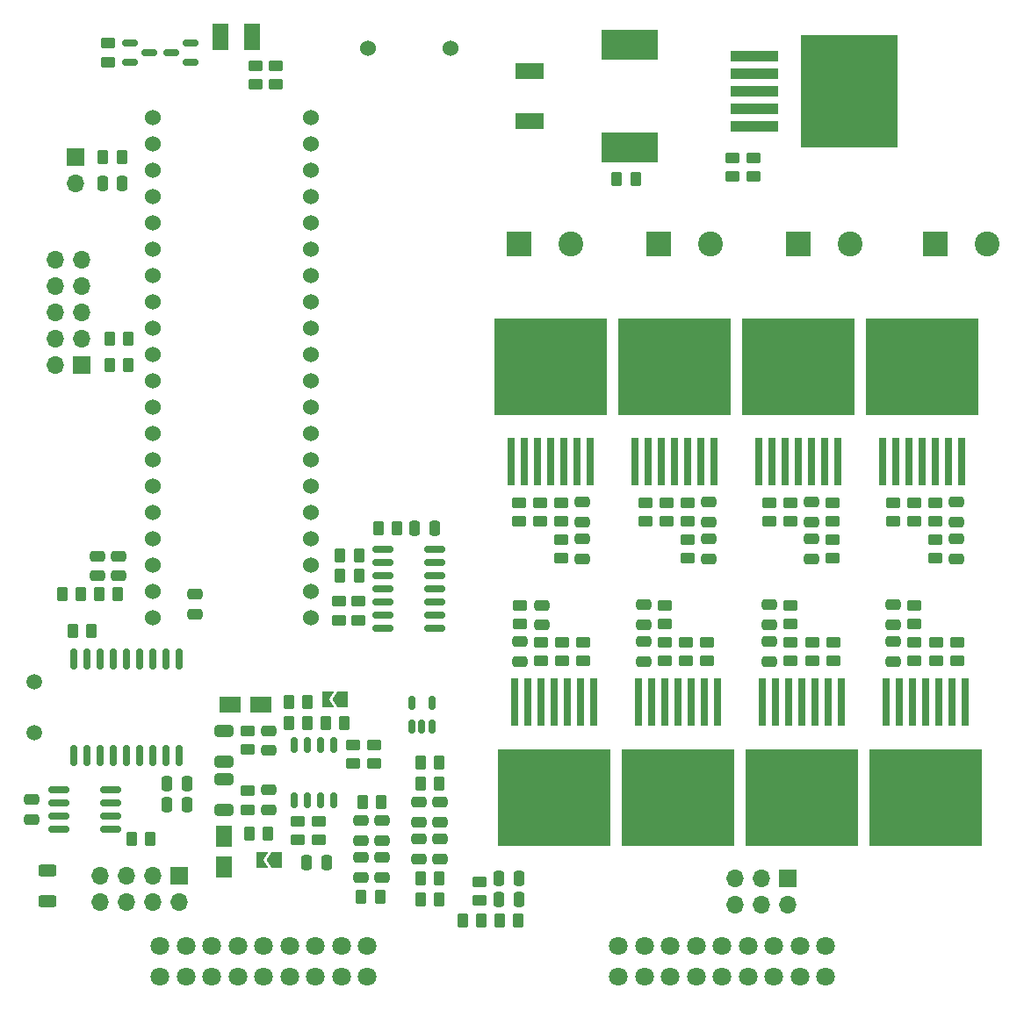
<source format=gbr>
%TF.GenerationSoftware,KiCad,Pcbnew,7.99.0-2367-gcb54bdfa84*%
%TF.CreationDate,2023-12-26T22:21:42+02:00*%
%TF.ProjectId,speeduino_stm32,73706565-6475-4696-9e6f-5f73746d3332,rev?*%
%TF.SameCoordinates,Original*%
%TF.FileFunction,Soldermask,Top*%
%TF.FilePolarity,Negative*%
%FSLAX46Y46*%
G04 Gerber Fmt 4.6, Leading zero omitted, Abs format (unit mm)*
G04 Created by KiCad (PCBNEW 7.99.0-2367-gcb54bdfa84) date 2023-12-26 22:21:42*
%MOMM*%
%LPD*%
G01*
G04 APERTURE LIST*
G04 Aperture macros list*
%AMRoundRect*
0 Rectangle with rounded corners*
0 $1 Rounding radius*
0 $2 $3 $4 $5 $6 $7 $8 $9 X,Y pos of 4 corners*
0 Add a 4 corners polygon primitive as box body*
4,1,4,$2,$3,$4,$5,$6,$7,$8,$9,$2,$3,0*
0 Add four circle primitives for the rounded corners*
1,1,$1+$1,$2,$3*
1,1,$1+$1,$4,$5*
1,1,$1+$1,$6,$7*
1,1,$1+$1,$8,$9*
0 Add four rect primitives between the rounded corners*
20,1,$1+$1,$2,$3,$4,$5,0*
20,1,$1+$1,$4,$5,$6,$7,0*
20,1,$1+$1,$6,$7,$8,$9,0*
20,1,$1+$1,$8,$9,$2,$3,0*%
%AMFreePoly0*
4,1,6,1.000000,0.000000,0.500000,-0.750000,-0.500000,-0.750000,-0.500000,0.750000,0.500000,0.750000,1.000000,0.000000,1.000000,0.000000,$1*%
%AMFreePoly1*
4,1,6,0.500000,-0.750000,-0.650000,-0.750000,-0.150000,0.000000,-0.650000,0.750000,0.500000,0.750000,0.500000,-0.750000,0.500000,-0.750000,$1*%
G04 Aperture macros list end*
%ADD10RoundRect,0.250000X-0.450000X0.262500X-0.450000X-0.262500X0.450000X-0.262500X0.450000X0.262500X0*%
%ADD11RoundRect,0.250000X-0.475000X0.250000X-0.475000X-0.250000X0.475000X-0.250000X0.475000X0.250000X0*%
%ADD12RoundRect,0.250000X-0.262500X-0.450000X0.262500X-0.450000X0.262500X0.450000X-0.262500X0.450000X0*%
%ADD13RoundRect,0.250000X0.475000X-0.250000X0.475000X0.250000X-0.475000X0.250000X-0.475000X-0.250000X0*%
%ADD14RoundRect,0.250000X0.262500X0.450000X-0.262500X0.450000X-0.262500X-0.450000X0.262500X-0.450000X0*%
%ADD15RoundRect,0.250000X-0.650000X0.325000X-0.650000X-0.325000X0.650000X-0.325000X0.650000X0.325000X0*%
%ADD16RoundRect,0.250000X0.450000X-0.262500X0.450000X0.262500X-0.450000X0.262500X-0.450000X-0.262500X0*%
%ADD17R,1.700000X1.700000*%
%ADD18O,1.700000X1.700000*%
%ADD19R,0.800000X4.600000*%
%ADD20R,10.800000X9.400000*%
%ADD21R,2.400000X2.400000*%
%ADD22C,2.400000*%
%ADD23RoundRect,0.150000X-0.825000X-0.150000X0.825000X-0.150000X0.825000X0.150000X-0.825000X0.150000X0*%
%ADD24R,4.600000X1.100000*%
%ADD25R,9.400000X10.800000*%
%ADD26C,1.800000*%
%ADD27RoundRect,0.150000X-0.150000X0.625000X-0.150000X-0.625000X0.150000X-0.625000X0.150000X0.625000X0*%
%ADD28RoundRect,0.250000X-0.250000X-0.475000X0.250000X-0.475000X0.250000X0.475000X-0.250000X0.475000X0*%
%ADD29RoundRect,0.250000X0.250000X0.475000X-0.250000X0.475000X-0.250000X-0.475000X0.250000X-0.475000X0*%
%ADD30RoundRect,0.150000X-0.587500X-0.150000X0.587500X-0.150000X0.587500X0.150000X-0.587500X0.150000X0*%
%ADD31RoundRect,0.250000X0.650000X-0.325000X0.650000X0.325000X-0.650000X0.325000X-0.650000X-0.325000X0*%
%ADD32R,1.500000X1.500000*%
%ADD33FreePoly0,270.000000*%
%ADD34FreePoly0,90.000000*%
%ADD35C,1.524000*%
%ADD36FreePoly0,180.000000*%
%ADD37FreePoly1,180.000000*%
%ADD38R,5.400000X2.900000*%
%ADD39RoundRect,0.150000X0.150000X-0.512500X0.150000X0.512500X-0.150000X0.512500X-0.150000X-0.512500X0*%
%ADD40C,1.500000*%
%ADD41R,2.700000X1.500000*%
%ADD42RoundRect,0.150000X0.587500X0.150000X-0.587500X0.150000X-0.587500X-0.150000X0.587500X-0.150000X0*%
%ADD43RoundRect,0.250000X-0.625000X0.312500X-0.625000X-0.312500X0.625000X-0.312500X0.625000X0.312500X0*%
%ADD44RoundRect,0.150000X0.150000X-0.875000X0.150000X0.875000X-0.150000X0.875000X-0.150000X-0.875000X0*%
%ADD45FreePoly0,0.000000*%
%ADD46R,1.500000X2.600000*%
G04 APERTURE END LIST*
D10*
%TO.C,R50*%
X91694000Y-76557500D03*
X91694000Y-78382500D03*
%TD*%
D11*
%TO.C,C5*%
X62230000Y-103698000D03*
X62230000Y-105598000D03*
%TD*%
D12*
%TO.C,R21*%
X53189500Y-92202000D03*
X55014500Y-92202000D03*
%TD*%
%TO.C,R2*%
X32361500Y-85344000D03*
X34186500Y-85344000D03*
%TD*%
D13*
%TO.C,C38*%
X44196000Y-83754000D03*
X44196000Y-81854000D03*
%TD*%
D10*
%TO.C,R51*%
X91694000Y-73001500D03*
X91694000Y-74826500D03*
%TD*%
%TO.C,R36*%
X91459000Y-86463500D03*
X91459000Y-88288500D03*
%TD*%
D11*
%TO.C,C31*%
X81534000Y-72964000D03*
X81534000Y-74864000D03*
%TD*%
D10*
%TO.C,R46*%
X105664000Y-76557500D03*
X105664000Y-78382500D03*
%TD*%
D12*
%TO.C,R4*%
X60198000Y-110998000D03*
X62023000Y-110998000D03*
%TD*%
D11*
%TO.C,C9*%
X67818000Y-101920000D03*
X67818000Y-103820000D03*
%TD*%
D12*
%TO.C,R88*%
X35282500Y-39619000D03*
X37107500Y-39619000D03*
%TD*%
D13*
%TO.C,C40*%
X28448000Y-103566000D03*
X28448000Y-101666000D03*
%TD*%
D14*
%TO.C,R9*%
X71778500Y-113284000D03*
X69953500Y-113284000D03*
%TD*%
D15*
%TO.C,D5*%
X46990000Y-94996000D03*
X46990000Y-97946000D03*
%TD*%
D16*
%TO.C,R18*%
X56134000Y-105560500D03*
X56134000Y-103735500D03*
%TD*%
D17*
%TO.C,J5*%
X33274000Y-59690000D03*
D18*
X30734000Y-59690000D03*
X33274000Y-57150000D03*
X30734000Y-57150000D03*
X33274000Y-54610000D03*
X30734000Y-54610000D03*
X33274000Y-52070000D03*
X30734000Y-52070000D03*
X33274000Y-49530000D03*
X30734000Y-49530000D03*
%TD*%
D11*
%TO.C,C8*%
X65786000Y-101920000D03*
X65786000Y-103820000D03*
%TD*%
%TO.C,C4*%
X60198000Y-103698000D03*
X60198000Y-105598000D03*
%TD*%
D19*
%TO.C,Q8*%
X98533000Y-69021000D03*
X99803000Y-69021000D03*
X101073000Y-69021000D03*
X102343000Y-69021000D03*
X103613000Y-69021000D03*
X104883000Y-69021000D03*
X106153000Y-69021000D03*
D20*
X102343000Y-59871000D03*
%TD*%
D16*
%TO.C,R28*%
X113538000Y-88288500D03*
X113538000Y-86463500D03*
%TD*%
D21*
%TO.C,C33*%
X102324041Y-48006000D03*
D22*
X107324041Y-48006000D03*
%TD*%
D14*
%TO.C,R15*%
X58570500Y-94234000D03*
X56745500Y-94234000D03*
%TD*%
D16*
%TO.C,R89*%
X51943000Y-32662500D03*
X51943000Y-30837500D03*
%TD*%
D23*
%TO.C,U6*%
X62295000Y-77470000D03*
X62295000Y-78740000D03*
X62295000Y-80010000D03*
X62295000Y-81280000D03*
X62295000Y-82550000D03*
X62295000Y-83820000D03*
X62295000Y-85090000D03*
X67245000Y-85090000D03*
X67245000Y-83820000D03*
X67245000Y-82550000D03*
X67245000Y-81280000D03*
X67245000Y-80010000D03*
X67245000Y-78740000D03*
X67245000Y-77470000D03*
%TD*%
D16*
%TO.C,R49*%
X99568000Y-74826500D03*
X99568000Y-73001500D03*
%TD*%
D14*
%TO.C,R16*%
X55014500Y-94234000D03*
X53189500Y-94234000D03*
%TD*%
D11*
%TO.C,C24*%
X117602000Y-76520000D03*
X117602000Y-78420000D03*
%TD*%
D23*
%TO.C,U3*%
X31053000Y-100711000D03*
X31053000Y-101981000D03*
X31053000Y-103251000D03*
X31053000Y-104521000D03*
X36003000Y-104521000D03*
X36003000Y-103251000D03*
X36003000Y-101981000D03*
X36003000Y-100711000D03*
%TD*%
D24*
%TO.C,U5*%
X98111000Y-29874000D03*
X98111000Y-31574000D03*
X98111000Y-33274000D03*
D25*
X107261000Y-33274000D03*
D24*
X98111000Y-34974000D03*
X98111000Y-36674000D03*
%TD*%
D19*
%TO.C,Q9*%
X86614000Y-69021000D03*
X87884000Y-69021000D03*
X89154000Y-69021000D03*
X90424000Y-69021000D03*
X91694000Y-69021000D03*
X92964000Y-69021000D03*
X94234000Y-69021000D03*
D20*
X90424000Y-59871000D03*
%TD*%
D12*
%TO.C,R8*%
X65889500Y-109220000D03*
X67714500Y-109220000D03*
%TD*%
D10*
%TO.C,R14*%
X61468000Y-96369500D03*
X61468000Y-98194500D03*
%TD*%
D14*
%TO.C,R24*%
X33170500Y-81788000D03*
X31345500Y-81788000D03*
%TD*%
D26*
%TO.C,J2*%
X60800000Y-115726500D03*
X58300000Y-115726500D03*
X55800000Y-115726500D03*
X53300000Y-115726500D03*
X50800000Y-115726500D03*
X48300000Y-115726500D03*
X45800000Y-115726500D03*
X43300000Y-115726500D03*
X40800000Y-115726500D03*
X60800000Y-118726500D03*
X58300000Y-118726500D03*
X55800000Y-118726500D03*
X53300000Y-118726500D03*
X50800000Y-118726500D03*
X48300000Y-118726500D03*
X45800000Y-118726500D03*
X43300000Y-118726500D03*
X40800000Y-118726500D03*
%TD*%
D16*
%TO.C,R34*%
X89427000Y-84732500D03*
X89427000Y-82907500D03*
%TD*%
D13*
%TO.C,C19*%
X99568000Y-88326000D03*
X99568000Y-86426000D03*
%TD*%
D10*
%TO.C,R32*%
X103651000Y-86463500D03*
X103651000Y-88288500D03*
%TD*%
D27*
%TO.C,U4*%
X57531000Y-96385000D03*
X56261000Y-96385000D03*
X54991000Y-96385000D03*
X53721000Y-96385000D03*
X53721000Y-101735000D03*
X54991000Y-101735000D03*
X56261000Y-101735000D03*
X57531000Y-101735000D03*
%TD*%
D10*
%TO.C,R23*%
X98044000Y-39727500D03*
X98044000Y-41552500D03*
%TD*%
%TO.C,R37*%
X93491000Y-86463500D03*
X93491000Y-88288500D03*
%TD*%
D28*
%TO.C,C13*%
X73472000Y-109220000D03*
X75372000Y-109220000D03*
%TD*%
D13*
%TO.C,C23*%
X75457000Y-88326000D03*
X75457000Y-86426000D03*
%TD*%
%TO.C,C20*%
X87395000Y-84770000D03*
X87395000Y-82870000D03*
%TD*%
D29*
%TO.C,C42*%
X56830000Y-107696000D03*
X54930000Y-107696000D03*
%TD*%
D11*
%TO.C,C29*%
X93726000Y-72964000D03*
X93726000Y-74864000D03*
%TD*%
D16*
%TO.C,R76*%
X59944000Y-84351500D03*
X59944000Y-82526500D03*
%TD*%
%TO.C,R39*%
X77489000Y-88288500D03*
X77489000Y-86463500D03*
%TD*%
D19*
%TO.C,Q6*%
X82569000Y-92269000D03*
X81299000Y-92269000D03*
X80029000Y-92269000D03*
X78759000Y-92269000D03*
X77489000Y-92269000D03*
X76219000Y-92269000D03*
X74949000Y-92269000D03*
D20*
X78759000Y-101419000D03*
%TD*%
D30*
%TO.C,Q13*%
X37924500Y-28641000D03*
X37924500Y-30541000D03*
X39799500Y-29591000D03*
%TD*%
D26*
%TO.C,J3*%
X104996000Y-115726500D03*
X102496000Y-115726500D03*
X99996000Y-115726500D03*
X97496000Y-115726500D03*
X94996000Y-115726500D03*
X92496000Y-115726500D03*
X89996000Y-115726500D03*
X87496000Y-115726500D03*
X84996000Y-115726500D03*
X104996000Y-118726500D03*
X102496000Y-118726500D03*
X99996000Y-118726500D03*
X97496000Y-118726500D03*
X94996000Y-118726500D03*
X92496000Y-118726500D03*
X89996000Y-118726500D03*
X87496000Y-118726500D03*
X84996000Y-118726500D03*
%TD*%
D28*
%TO.C,C41*%
X65344000Y-75438000D03*
X67244000Y-75438000D03*
%TD*%
D31*
%TO.C,D6*%
X46990000Y-102616000D03*
X46990000Y-99666000D03*
%TD*%
D28*
%TO.C,C3*%
X41468000Y-100076000D03*
X43368000Y-100076000D03*
%TD*%
D12*
%TO.C,R25*%
X34901500Y-81788000D03*
X36726500Y-81788000D03*
%TD*%
D19*
%TO.C,Q5*%
X94507000Y-92269000D03*
X93237000Y-92269000D03*
X91967000Y-92269000D03*
X90697000Y-92269000D03*
X89427000Y-92269000D03*
X88157000Y-92269000D03*
X86887000Y-92269000D03*
D20*
X90697000Y-101419000D03*
%TD*%
D10*
%TO.C,R33*%
X105683000Y-86463500D03*
X105683000Y-88288500D03*
%TD*%
D16*
%TO.C,R53*%
X87630000Y-74826500D03*
X87630000Y-73001500D03*
%TD*%
D32*
%TO.C,JP1*%
X46990000Y-105480000D03*
X46990000Y-107880000D03*
D33*
X46990000Y-104680000D03*
D34*
X46990000Y-108680000D03*
%TD*%
D12*
%TO.C,R74*%
X58142500Y-78105000D03*
X59967500Y-78105000D03*
%TD*%
D16*
%TO.C,R52*%
X89662000Y-74826500D03*
X89662000Y-73001500D03*
%TD*%
%TO.C,R44*%
X113538000Y-74826500D03*
X113538000Y-73001500D03*
%TD*%
D35*
%TO.C,U1*%
X55372000Y-84113500D03*
X55372000Y-81573500D03*
X55372000Y-79033500D03*
X55372000Y-76493500D03*
X55372000Y-73953500D03*
X55372000Y-71413500D03*
X55372000Y-68873500D03*
X55372000Y-66333500D03*
X55372000Y-63793500D03*
X55372000Y-61253500D03*
X55372000Y-58713500D03*
X55372000Y-56173500D03*
X55372000Y-53633500D03*
X55372000Y-51093500D03*
X55372000Y-48553500D03*
X55372000Y-46013500D03*
X55372000Y-43473500D03*
X55372000Y-40933500D03*
X55372000Y-38393500D03*
X55372000Y-35853500D03*
X40132000Y-84113500D03*
X40132000Y-81573500D03*
X40132000Y-79033500D03*
X40132000Y-76493500D03*
X40132000Y-73953500D03*
X40132000Y-71413500D03*
X40132000Y-68873500D03*
X40132000Y-66333500D03*
X40132000Y-63793500D03*
X40132000Y-61253500D03*
X40132000Y-58713500D03*
X40132000Y-56173500D03*
X40132000Y-53633500D03*
X40132000Y-51093500D03*
X40132000Y-48553500D03*
X40132000Y-46013500D03*
X40132000Y-43473500D03*
X40132000Y-40933500D03*
X40132000Y-38393500D03*
X40132000Y-35853500D03*
%TD*%
D21*
%TO.C,C36*%
X88862041Y-48006000D03*
D22*
X93862041Y-48006000D03*
%TD*%
D17*
%TO.C,J6*%
X101346000Y-109220000D03*
D18*
X101346000Y-111760000D03*
X98806000Y-109220000D03*
X98806000Y-111760000D03*
X96266000Y-109220000D03*
X96266000Y-111760000D03*
%TD*%
D12*
%TO.C,R22*%
X84812500Y-41783000D03*
X86637500Y-41783000D03*
%TD*%
%TO.C,R77*%
X35941000Y-59690000D03*
X37766000Y-59690000D03*
%TD*%
D11*
%TO.C,C25*%
X117602000Y-72964000D03*
X117602000Y-74864000D03*
%TD*%
D12*
%TO.C,R78*%
X35917500Y-57150000D03*
X37742500Y-57150000D03*
%TD*%
%TO.C,R20*%
X49379500Y-104902000D03*
X51204500Y-104902000D03*
%TD*%
D36*
%TO.C,JP3*%
X52033000Y-107442000D03*
D37*
X50583000Y-107442000D03*
%TD*%
D10*
%TO.C,R54*%
X79502000Y-76557500D03*
X79502000Y-78382500D03*
%TD*%
D13*
%TO.C,C16*%
X111506000Y-88326000D03*
X111506000Y-86426000D03*
%TD*%
%TO.C,C10*%
X65786000Y-107376000D03*
X65786000Y-105476000D03*
%TD*%
D11*
%TO.C,C26*%
X103632000Y-76520000D03*
X103632000Y-78420000D03*
%TD*%
D21*
%TO.C,C37*%
X115532041Y-48006000D03*
D22*
X120532041Y-48006000D03*
%TD*%
D38*
%TO.C,L1*%
X86106000Y-28832000D03*
X86106000Y-38732000D03*
%TD*%
D11*
%TO.C,C14*%
X51308000Y-94996000D03*
X51308000Y-96896000D03*
%TD*%
D10*
%TO.C,R12*%
X49276000Y-94996000D03*
X49276000Y-96821000D03*
%TD*%
D28*
%TO.C,C2*%
X41468000Y-102108000D03*
X43368000Y-102108000D03*
%TD*%
D16*
%TO.C,R90*%
X50038000Y-32662500D03*
X50038000Y-30837500D03*
%TD*%
D12*
%TO.C,R75*%
X58142500Y-80010000D03*
X59967500Y-80010000D03*
%TD*%
D39*
%TO.C,D2*%
X65090000Y-94609500D03*
X66040000Y-94609500D03*
X66990000Y-94609500D03*
X66990000Y-92334500D03*
X65090000Y-92334500D03*
%TD*%
D13*
%TO.C,C22*%
X77621000Y-84806000D03*
X77621000Y-82906000D03*
%TD*%
D16*
%TO.C,R45*%
X111506000Y-74826500D03*
X111506000Y-73001500D03*
%TD*%
D13*
%TO.C,C32*%
X34798000Y-80056000D03*
X34798000Y-78156000D03*
%TD*%
%TO.C,C34*%
X36830000Y-80056000D03*
X36830000Y-78156000D03*
%TD*%
D12*
%TO.C,R5*%
X65889500Y-100076000D03*
X67714500Y-100076000D03*
%TD*%
%TO.C,R6*%
X65889500Y-98044000D03*
X67714500Y-98044000D03*
%TD*%
D10*
%TO.C,R1*%
X96012000Y-39727500D03*
X96012000Y-41552500D03*
%TD*%
%TO.C,R41*%
X81553000Y-86463500D03*
X81553000Y-88288500D03*
%TD*%
D17*
%TO.C,J4*%
X42662000Y-108961000D03*
D18*
X42662000Y-111501000D03*
X40122000Y-108961000D03*
X40122000Y-111501000D03*
X37582000Y-108961000D03*
X37582000Y-111501000D03*
X35042000Y-108961000D03*
X35042000Y-111501000D03*
%TD*%
D16*
%TO.C,R56*%
X77470000Y-74826500D03*
X77470000Y-73001500D03*
%TD*%
D40*
%TO.C,Y1*%
X28702000Y-95160000D03*
X28702000Y-90260000D03*
%TD*%
D16*
%TO.C,R91*%
X35814000Y-30503500D03*
X35814000Y-28678500D03*
%TD*%
%TO.C,R73*%
X58039000Y-84351500D03*
X58039000Y-82526500D03*
%TD*%
D19*
%TO.C,Q3*%
X118383000Y-92269000D03*
X117113000Y-92269000D03*
X115843000Y-92269000D03*
X114573000Y-92269000D03*
X113303000Y-92269000D03*
X112033000Y-92269000D03*
X110763000Y-92269000D03*
D20*
X114573000Y-101419000D03*
%TD*%
D11*
%TO.C,C27*%
X103632000Y-72964000D03*
X103632000Y-74864000D03*
%TD*%
D10*
%TO.C,R43*%
X115570000Y-73001500D03*
X115570000Y-74826500D03*
%TD*%
D16*
%TO.C,R57*%
X75438000Y-74826500D03*
X75438000Y-73001500D03*
%TD*%
D28*
%TO.C,C12*%
X73472000Y-111252000D03*
X75372000Y-111252000D03*
%TD*%
D14*
%TO.C,R10*%
X75334500Y-113284000D03*
X73509500Y-113284000D03*
%TD*%
D10*
%TO.C,R26*%
X115608000Y-86463500D03*
X115608000Y-88288500D03*
%TD*%
D13*
%TO.C,C11*%
X67818000Y-107376000D03*
X67818000Y-105476000D03*
%TD*%
D17*
%TO.C,J1*%
X32639000Y-39619000D03*
D18*
X32639000Y-42159000D03*
%TD*%
D12*
%TO.C,R3*%
X60301500Y-101854000D03*
X62126500Y-101854000D03*
%TD*%
D13*
%TO.C,C18*%
X99568000Y-84770000D03*
X99568000Y-82870000D03*
%TD*%
D16*
%TO.C,R38*%
X75457000Y-84732500D03*
X75457000Y-82907500D03*
%TD*%
D10*
%TO.C,R19*%
X54102000Y-103735500D03*
X54102000Y-105560500D03*
%TD*%
D21*
%TO.C,C1*%
X75400041Y-48006000D03*
D22*
X80400041Y-48006000D03*
%TD*%
D19*
%TO.C,Q7*%
X110490000Y-69021000D03*
X111760000Y-69021000D03*
X113030000Y-69021000D03*
X114300000Y-69021000D03*
X115570000Y-69021000D03*
X116840000Y-69021000D03*
X118110000Y-69021000D03*
D20*
X114300000Y-59871000D03*
%TD*%
D13*
%TO.C,C6*%
X60198000Y-109154000D03*
X60198000Y-107254000D03*
%TD*%
D14*
%TO.C,R58*%
X63650500Y-75438000D03*
X61825500Y-75438000D03*
%TD*%
D41*
%TO.C,D1*%
X76454000Y-31382000D03*
X76454000Y-36182000D03*
%TD*%
D13*
%TO.C,C17*%
X111506000Y-84770000D03*
X111506000Y-82870000D03*
%TD*%
D16*
%TO.C,R13*%
X59436000Y-98194500D03*
X59436000Y-96369500D03*
%TD*%
%TO.C,R48*%
X101600000Y-74826500D03*
X101600000Y-73001500D03*
%TD*%
D42*
%TO.C,Q12*%
X43736500Y-30541000D03*
X43736500Y-28641000D03*
X41861499Y-29591000D03*
%TD*%
D12*
%TO.C,R7*%
X65889500Y-111252000D03*
X67714500Y-111252000D03*
%TD*%
D43*
%TO.C,R87*%
X29972000Y-108519500D03*
X29972000Y-111444500D03*
%TD*%
D10*
%TO.C,R42*%
X115570000Y-76557500D03*
X115570000Y-78382500D03*
%TD*%
D16*
%TO.C,R35*%
X89427000Y-88288500D03*
X89427000Y-86463500D03*
%TD*%
D29*
%TO.C,C48*%
X37144999Y-42159000D03*
X35245001Y-42159000D03*
%TD*%
D16*
%TO.C,R29*%
X113538000Y-84732500D03*
X113538000Y-82907500D03*
%TD*%
%TO.C,R17*%
X49276000Y-102616000D03*
X49276000Y-100791000D03*
%TD*%
D11*
%TO.C,C28*%
X93726000Y-76520000D03*
X93726000Y-78420000D03*
%TD*%
D36*
%TO.C,JP4*%
X58383000Y-91948000D03*
D37*
X56933000Y-91948000D03*
%TD*%
D19*
%TO.C,Q4*%
X106445000Y-92269000D03*
X105175000Y-92269000D03*
X103905000Y-92269000D03*
X102635000Y-92269000D03*
X101365000Y-92269000D03*
X100095000Y-92269000D03*
X98825000Y-92269000D03*
D20*
X102635000Y-101419000D03*
%TD*%
D14*
%TO.C,R92*%
X39878000Y-105410000D03*
X38053000Y-105410000D03*
%TD*%
D44*
%TO.C,U2*%
X32512000Y-97360000D03*
X33782000Y-97360000D03*
X35052000Y-97360000D03*
X36322000Y-97360000D03*
X37592000Y-97360000D03*
X38862000Y-97360000D03*
X40132000Y-97360000D03*
X41402000Y-97360000D03*
X42672000Y-97360000D03*
X42672000Y-88060000D03*
X41402000Y-88060000D03*
X40132000Y-88060000D03*
X38862000Y-88060000D03*
X37592000Y-88060000D03*
X36322000Y-88060000D03*
X35052000Y-88060000D03*
X33782000Y-88060000D03*
X32512000Y-88060000D03*
%TD*%
D10*
%TO.C,R55*%
X79502000Y-73001500D03*
X79502000Y-74826500D03*
%TD*%
D16*
%TO.C,R30*%
X101600000Y-84732500D03*
X101600000Y-82907500D03*
%TD*%
D10*
%TO.C,R47*%
X105664000Y-73001500D03*
X105664000Y-74826500D03*
%TD*%
D11*
%TO.C,C30*%
X81534000Y-76520000D03*
X81534000Y-78420000D03*
%TD*%
D16*
%TO.C,R31*%
X101600000Y-88288500D03*
X101600000Y-86463500D03*
%TD*%
D10*
%TO.C,R27*%
X117640000Y-86463500D03*
X117640000Y-88288500D03*
%TD*%
D19*
%TO.C,Q10*%
X74676000Y-69021000D03*
X75946000Y-69021000D03*
X77216000Y-69021000D03*
X78486000Y-69021000D03*
X79756000Y-69021000D03*
X81026000Y-69021000D03*
X82296000Y-69021000D03*
D20*
X78486000Y-59871000D03*
%TD*%
D10*
%TO.C,R11*%
X71628000Y-109577500D03*
X71628000Y-111402500D03*
%TD*%
%TO.C,R40*%
X79521000Y-86463500D03*
X79521000Y-88288500D03*
%TD*%
D13*
%TO.C,C7*%
X62230000Y-109154000D03*
X62230000Y-107254000D03*
%TD*%
%TO.C,C15*%
X51308000Y-102616000D03*
X51308000Y-100716000D03*
%TD*%
%TO.C,C21*%
X87395000Y-88326000D03*
X87395000Y-86426000D03*
%TD*%
D32*
%TO.C,JP2*%
X47822000Y-92456000D03*
X50222000Y-92456000D03*
D45*
X47022000Y-92456000D03*
D36*
X51022000Y-92456000D03*
%TD*%
D46*
%TO.C,D4*%
X46633000Y-28067000D03*
X49633000Y-28067000D03*
%TD*%
D35*
%TO.C,J7*%
X68836000Y-29142900D03*
X60836000Y-29142900D03*
%TD*%
M02*

</source>
